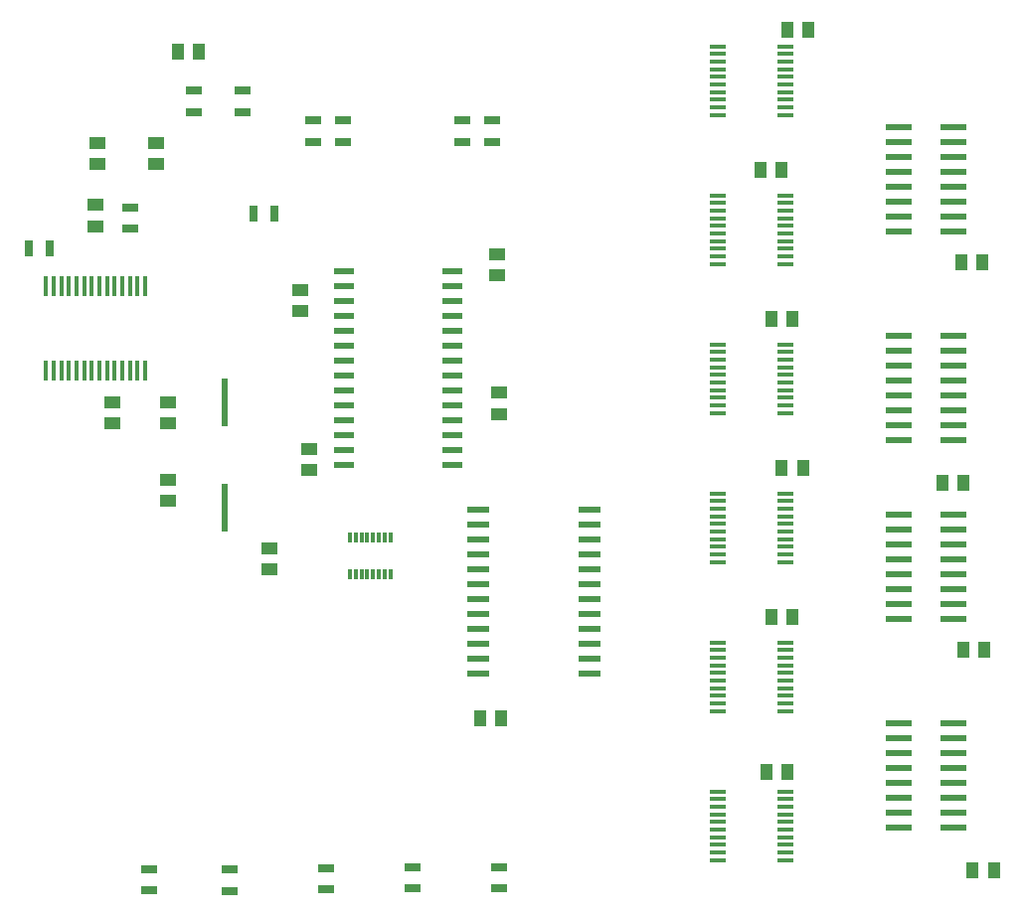
<source format=gbr>
%TF.GenerationSoftware,KiCad,Pcbnew,(6.0.2)*%
%TF.CreationDate,2023-01-31T11:03:36+01:00*%
%TF.ProjectId,schematic,73636865-6d61-4746-9963-2e6b69636164,rev?*%
%TF.SameCoordinates,Original*%
%TF.FileFunction,Paste,Top*%
%TF.FilePolarity,Positive*%
%FSLAX46Y46*%
G04 Gerber Fmt 4.6, Leading zero omitted, Abs format (unit mm)*
G04 Created by KiCad (PCBNEW (6.0.2)) date 2023-01-31 11:03:36*
%MOMM*%
%LPD*%
G01*
G04 APERTURE LIST*
%ADD10R,1.112000X1.447800*%
%ADD11R,2.184400X0.558800*%
%ADD12R,1.320800X0.355600*%
%ADD13R,0.304800X0.972299*%
%ADD14R,1.397000X0.758800*%
%ADD15R,1.447800X1.112000*%
%ADD16R,0.450000X1.750000*%
%ADD17R,0.758800X1.397000*%
%ADD18R,1.899999X0.599999*%
%ADD19R,1.759699X0.558000*%
%ADD20R,0.609600X4.111599*%
G04 APERTURE END LIST*
D10*
%TO.C,C22*%
X136698900Y-113800000D03*
X134901100Y-113800000D03*
%TD*%
%TO.C,C17*%
X117741100Y-92220000D03*
X119538900Y-92220000D03*
%TD*%
D11*
%TO.C,U14*%
X128574500Y-50435100D03*
X128574500Y-51705100D03*
X128574500Y-52975100D03*
X128574500Y-54245100D03*
X128574500Y-55515100D03*
X128574500Y-56785100D03*
X128574500Y-58055100D03*
X128574500Y-59325100D03*
X133298900Y-59325100D03*
X133298900Y-58055100D03*
X133298900Y-56785100D03*
X133298900Y-55515100D03*
X133298900Y-54245100D03*
X133298900Y-52975100D03*
X133298900Y-51705100D03*
X133298900Y-50435100D03*
%TD*%
D10*
%TO.C,C18*%
X117341100Y-105380000D03*
X119138900Y-105380000D03*
%TD*%
%TO.C,C21*%
X135898900Y-95000000D03*
X134101100Y-95000000D03*
%TD*%
D12*
%TO.C,U9*%
X113204400Y-56275000D03*
X113204400Y-56925001D03*
X113204400Y-57574999D03*
X113204400Y-58225001D03*
X113204400Y-58874999D03*
X113204400Y-59524998D03*
X113204400Y-60174999D03*
X113204400Y-60824998D03*
X113204400Y-61474999D03*
X113204400Y-62124998D03*
X118995600Y-62125000D03*
X118995600Y-61475002D03*
X118995600Y-60825001D03*
X118995600Y-60175002D03*
X118995600Y-59525001D03*
X118995600Y-58875002D03*
X118995600Y-58225001D03*
X118995600Y-57575002D03*
X118995600Y-56925001D03*
X118995600Y-56275002D03*
%TD*%
D13*
%TO.C,U7*%
X81849559Y-88540251D03*
X82349685Y-88540251D03*
X82849811Y-88540251D03*
X83349937Y-88540251D03*
X83850063Y-88540251D03*
X84350189Y-88540251D03*
X84850315Y-88540251D03*
X85350441Y-88540251D03*
X85350441Y-85459749D03*
X84850315Y-85459749D03*
X84350189Y-85459749D03*
X83850063Y-85459749D03*
X83349937Y-85459749D03*
X82849811Y-85459749D03*
X82349685Y-85459749D03*
X81849559Y-85459749D03*
%TD*%
D14*
%TO.C,R1*%
X78740000Y-49899900D03*
X78740000Y-51700100D03*
%TD*%
D12*
%TO.C,U11*%
X113204400Y-81675000D03*
X113204400Y-82325001D03*
X113204400Y-82974999D03*
X113204400Y-83625001D03*
X113204400Y-84274999D03*
X113204400Y-84924998D03*
X113204400Y-85574999D03*
X113204400Y-86224998D03*
X113204400Y-86874999D03*
X113204400Y-87524998D03*
X118995600Y-87525000D03*
X118995600Y-86875002D03*
X118995600Y-86225001D03*
X118995600Y-85575002D03*
X118995600Y-84925001D03*
X118995600Y-84275002D03*
X118995600Y-83625001D03*
X118995600Y-82975002D03*
X118995600Y-82325001D03*
X118995600Y-81675002D03*
%TD*%
D15*
%TO.C,C3*%
X66400000Y-75698900D03*
X66400000Y-73901100D03*
%TD*%
D16*
%TO.C,U5*%
X64425000Y-64000000D03*
X63775000Y-64000000D03*
X63125000Y-64000000D03*
X62475000Y-64000000D03*
X61825000Y-64000000D03*
X61175000Y-64000000D03*
X60525000Y-64000000D03*
X59875000Y-64000000D03*
X59225000Y-64000000D03*
X58575000Y-64000000D03*
X57925000Y-64000000D03*
X57275000Y-64000000D03*
X56625000Y-64000000D03*
X55975000Y-64000000D03*
X55975000Y-71200000D03*
X56625000Y-71200000D03*
X57275000Y-71200000D03*
X57925000Y-71200000D03*
X58575000Y-71200000D03*
X59225000Y-71200000D03*
X59875000Y-71200000D03*
X60525000Y-71200000D03*
X61175000Y-71200000D03*
X61825000Y-71200000D03*
X62475000Y-71200000D03*
X63125000Y-71200000D03*
X63775000Y-71200000D03*
X64425000Y-71200000D03*
%TD*%
D17*
%TO.C,R7*%
X73674400Y-57800000D03*
X75474600Y-57800000D03*
%TD*%
D14*
%TO.C,R9*%
X91440000Y-51700100D03*
X91440000Y-49899900D03*
%TD*%
D15*
%TO.C,C7*%
X65400000Y-51802200D03*
X65400000Y-53600000D03*
%TD*%
D14*
%TO.C,R8*%
X93980000Y-51700100D03*
X93980000Y-49899900D03*
%TD*%
D10*
%TO.C,C10*%
X92952200Y-100850000D03*
X94750000Y-100850000D03*
%TD*%
D15*
%TO.C,C12*%
X94600000Y-74898900D03*
X94600000Y-73101100D03*
%TD*%
%TO.C,C13*%
X75000000Y-88122200D03*
X75000000Y-86324400D03*
%TD*%
D11*
%TO.C,U16*%
X128574500Y-83455100D03*
X128574500Y-84725100D03*
X128574500Y-85995100D03*
X128574500Y-87265100D03*
X128574500Y-88535100D03*
X128574500Y-89805100D03*
X128574500Y-91075100D03*
X128574500Y-92345100D03*
X133298900Y-92345100D03*
X133298900Y-91075100D03*
X133298900Y-89805100D03*
X133298900Y-88535100D03*
X133298900Y-87265100D03*
X133298900Y-85995100D03*
X133298900Y-84725100D03*
X133298900Y-83455100D03*
%TD*%
D10*
%TO.C,C14*%
X120898900Y-42200000D03*
X119101100Y-42200000D03*
%TD*%
D14*
%TO.C,R11*%
X79800000Y-115400200D03*
X79800000Y-113600000D03*
%TD*%
D12*
%TO.C,U10*%
X113204400Y-68975000D03*
X113204400Y-69625001D03*
X113204400Y-70274999D03*
X113204400Y-70925001D03*
X113204400Y-71574999D03*
X113204400Y-72224998D03*
X113204400Y-72874999D03*
X113204400Y-73524998D03*
X113204400Y-74174999D03*
X113204400Y-74824998D03*
X118995600Y-74825000D03*
X118995600Y-74175002D03*
X118995600Y-73525001D03*
X118995600Y-72875002D03*
X118995600Y-72225001D03*
X118995600Y-71575002D03*
X118995600Y-70925001D03*
X118995600Y-70275002D03*
X118995600Y-69625001D03*
X118995600Y-68975002D03*
%TD*%
D15*
%TO.C,C4*%
X66400000Y-80477800D03*
X66400000Y-82275600D03*
%TD*%
D18*
%TO.C,U6*%
X102250001Y-96985000D03*
X102250001Y-95715000D03*
X102250001Y-94445000D03*
X102250001Y-93175000D03*
X102250001Y-91905000D03*
X102250001Y-90635000D03*
X102250001Y-89365000D03*
X102250001Y-88095000D03*
X102250001Y-86825000D03*
X102250001Y-85555000D03*
X102250001Y-84285000D03*
X102250001Y-83015000D03*
X92750002Y-83015000D03*
X92750002Y-84285000D03*
X92750002Y-85555000D03*
X92750002Y-86825000D03*
X92750002Y-88095000D03*
X92750002Y-89365000D03*
X92750002Y-90635000D03*
X92750002Y-91905000D03*
X92750002Y-93175000D03*
X92750002Y-94445000D03*
X92750002Y-95715000D03*
X92750002Y-96985000D03*
%TD*%
D15*
%TO.C,C1*%
X60400000Y-51800000D03*
X60400000Y-53597800D03*
%TD*%
D10*
%TO.C,C20*%
X134098900Y-80800000D03*
X132301100Y-80800000D03*
%TD*%
D17*
%TO.C,R4*%
X56325600Y-60800000D03*
X54525400Y-60800000D03*
%TD*%
D12*
%TO.C,U13*%
X113204400Y-107075000D03*
X113204400Y-107725001D03*
X113204400Y-108374999D03*
X113204400Y-109025001D03*
X113204400Y-109674999D03*
X113204400Y-110324998D03*
X113204400Y-110974999D03*
X113204400Y-111624998D03*
X113204400Y-112274999D03*
X113204400Y-112924998D03*
X118995600Y-112925000D03*
X118995600Y-112275002D03*
X118995600Y-111625001D03*
X118995600Y-110975002D03*
X118995600Y-110325001D03*
X118995600Y-109675002D03*
X118995600Y-109025001D03*
X118995600Y-108375002D03*
X118995600Y-107725001D03*
X118995600Y-107075002D03*
%TD*%
D15*
%TO.C,C11*%
X94400000Y-61277800D03*
X94400000Y-63075600D03*
%TD*%
D14*
%TO.C,R5*%
X72759900Y-49160100D03*
X72759900Y-47359900D03*
%TD*%
D12*
%TO.C,U12*%
X113204400Y-94375000D03*
X113204400Y-95025001D03*
X113204400Y-95674999D03*
X113204400Y-96325001D03*
X113204400Y-96974999D03*
X113204400Y-97624998D03*
X113204400Y-98274999D03*
X113204400Y-98924998D03*
X113204400Y-99574999D03*
X113204400Y-100224998D03*
X118995600Y-100225000D03*
X118995600Y-99575002D03*
X118995600Y-98925001D03*
X118995600Y-98275002D03*
X118995600Y-97625001D03*
X118995600Y-96975002D03*
X118995600Y-96325001D03*
X118995600Y-95675002D03*
X118995600Y-95025001D03*
X118995600Y-94375002D03*
%TD*%
D10*
%TO.C,C16*%
X117741100Y-66820000D03*
X119538900Y-66820000D03*
%TD*%
D15*
%TO.C,C2*%
X60200000Y-58898900D03*
X60200000Y-57101100D03*
%TD*%
D10*
%TO.C,C15*%
X116842200Y-54120000D03*
X118640000Y-54120000D03*
%TD*%
D14*
%TO.C,R6*%
X68600000Y-47359900D03*
X68600000Y-49160100D03*
%TD*%
%TO.C,R2*%
X81280000Y-49899900D03*
X81280000Y-51700100D03*
%TD*%
D19*
%TO.C,U3*%
X81373649Y-62745000D03*
X81373649Y-64015000D03*
X81373649Y-65285000D03*
X81373649Y-66555000D03*
X81373649Y-67825000D03*
X81373649Y-69095000D03*
X81373649Y-70365000D03*
X81373649Y-71635000D03*
X81373649Y-72905000D03*
X81373649Y-74175000D03*
X81373649Y-75445000D03*
X81373649Y-76715000D03*
X81373649Y-77985000D03*
X81373649Y-79255000D03*
X90626351Y-79255000D03*
X90626351Y-77985000D03*
X90626351Y-76715000D03*
X90626351Y-75445000D03*
X90626351Y-74175000D03*
X90626351Y-72905000D03*
X90626351Y-71635000D03*
X90626351Y-70365000D03*
X90626351Y-69095000D03*
X90626351Y-67825000D03*
X90626351Y-66555000D03*
X90626351Y-65285000D03*
X90626351Y-64015000D03*
X90626351Y-62745000D03*
%TD*%
D10*
%TO.C,C19*%
X135698900Y-62000000D03*
X133901100Y-62000000D03*
%TD*%
D14*
%TO.C,R12*%
X87200000Y-115325600D03*
X87200000Y-113525400D03*
%TD*%
D12*
%TO.C,U8*%
X113204400Y-43575000D03*
X113204400Y-44225001D03*
X113204400Y-44874999D03*
X113204400Y-45525001D03*
X113204400Y-46174999D03*
X113204400Y-46824998D03*
X113204400Y-47474999D03*
X113204400Y-48124998D03*
X113204400Y-48774999D03*
X113204400Y-49424998D03*
X118995600Y-49425000D03*
X118995600Y-48775002D03*
X118995600Y-48125001D03*
X118995600Y-47475002D03*
X118995600Y-46825001D03*
X118995600Y-46175002D03*
X118995600Y-45525001D03*
X118995600Y-44875002D03*
X118995600Y-44225001D03*
X118995600Y-43575002D03*
%TD*%
D14*
%TO.C,R10*%
X71600000Y-115525600D03*
X71600000Y-113725400D03*
%TD*%
D15*
%TO.C,C9*%
X61600000Y-75698900D03*
X61600000Y-73901100D03*
%TD*%
D14*
%TO.C,R14*%
X64800000Y-115500100D03*
X64800000Y-113699900D03*
%TD*%
D20*
%TO.C,U4*%
X71200000Y-73905800D03*
X71200000Y-82894200D03*
%TD*%
D14*
%TO.C,R3*%
X63200000Y-59125600D03*
X63200000Y-57325400D03*
%TD*%
D15*
%TO.C,C5*%
X78400000Y-77901100D03*
X78400000Y-79698900D03*
%TD*%
D10*
%TO.C,0.1uF1*%
X118640000Y-79520000D03*
X120437800Y-79520000D03*
%TD*%
D15*
%TO.C,C6*%
X77600000Y-66098900D03*
X77600000Y-64301100D03*
%TD*%
D14*
%TO.C,R13*%
X94600000Y-115325600D03*
X94600000Y-113525400D03*
%TD*%
D11*
%TO.C,U15*%
X128574500Y-68215100D03*
X128574500Y-69485100D03*
X128574500Y-70755100D03*
X128574500Y-72025100D03*
X128574500Y-73295100D03*
X128574500Y-74565100D03*
X128574500Y-75835100D03*
X128574500Y-77105100D03*
X133298900Y-77105100D03*
X133298900Y-75835100D03*
X133298900Y-74565100D03*
X133298900Y-73295100D03*
X133298900Y-72025100D03*
X133298900Y-70755100D03*
X133298900Y-69485100D03*
X133298900Y-68215100D03*
%TD*%
%TO.C,U17*%
X128574500Y-101235100D03*
X128574500Y-102505100D03*
X128574500Y-103775100D03*
X128574500Y-105045100D03*
X128574500Y-106315100D03*
X128574500Y-107585100D03*
X128574500Y-108855100D03*
X128574500Y-110125100D03*
X133298900Y-110125100D03*
X133298900Y-108855100D03*
X133298900Y-107585100D03*
X133298900Y-106315100D03*
X133298900Y-105045100D03*
X133298900Y-103775100D03*
X133298900Y-102505100D03*
X133298900Y-101235100D03*
%TD*%
D10*
%TO.C,C8*%
X69000000Y-44000000D03*
X67202200Y-44000000D03*
%TD*%
M02*

</source>
